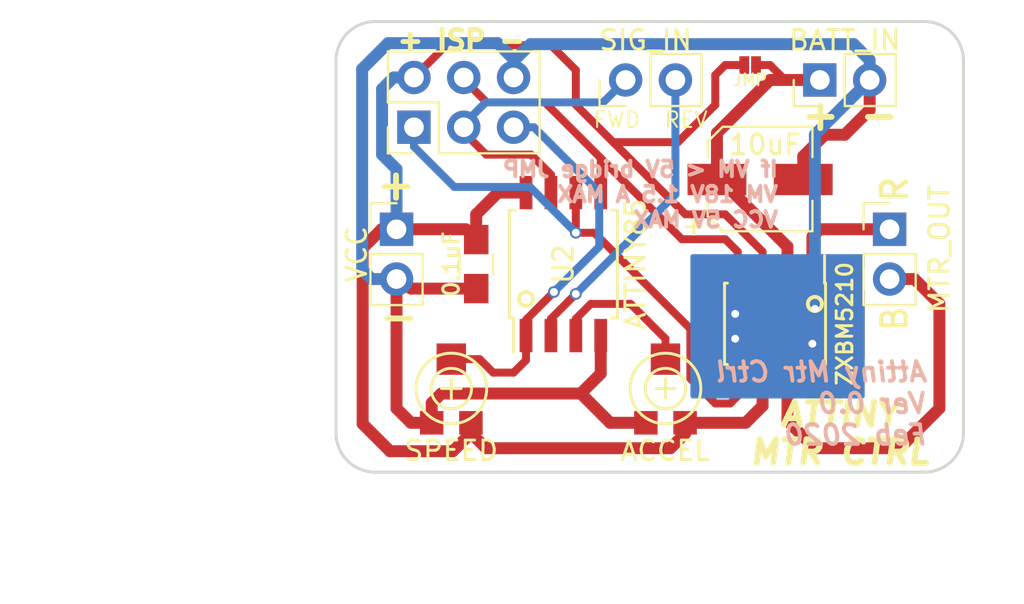
<source format=kicad_pcb>
(kicad_pcb (version 4) (host pcbnew 4.0.6)

  (general
    (links 35)
    (no_connects 0)
    (area 176.924999 106.924999 209.075001 130.075001)
    (thickness 1.6)
    (drawings 24)
    (tracks 161)
    (zones 0)
    (modules 12)
    (nets 12)
  )

  (page A)
  (title_block
    (title "Attiny H-Bridge")
    (date 2020-02-25)
    (rev 0.0)
    (company www.MakersBox.us)
    (comment 1 648.ken@gmail.com)
  )

  (layers
    (0 F.Cu signal)
    (31 B.Cu signal)
    (32 B.Adhes user)
    (33 F.Adhes user)
    (34 B.Paste user)
    (35 F.Paste user)
    (36 B.SilkS user)
    (37 F.SilkS user)
    (38 B.Mask user)
    (39 F.Mask user)
    (40 Dwgs.User user)
    (41 Cmts.User user)
    (42 Eco1.User user)
    (43 Eco2.User user)
    (44 Edge.Cuts user)
    (45 Margin user)
    (46 B.CrtYd user)
    (47 F.CrtYd user)
    (48 B.Fab user)
    (49 F.Fab user)
  )

  (setup
    (last_trace_width 0.4064)
    (user_trace_width 0.3048)
    (user_trace_width 0.4064)
    (user_trace_width 0.6096)
    (user_trace_width 0.9144)
    (user_trace_width 1.2192)
    (trace_clearance 0.2)
    (zone_clearance 0.508)
    (zone_45_only no)
    (trace_min 0.2)
    (segment_width 0.2)
    (edge_width 0.15)
    (via_size 0.6)
    (via_drill 0.4)
    (via_min_size 0.4)
    (via_min_drill 0.3)
    (uvia_size 0.3)
    (uvia_drill 0.1)
    (uvias_allowed no)
    (uvia_min_size 0.2)
    (uvia_min_drill 0.1)
    (pcb_text_width 0.3)
    (pcb_text_size 1.5 1.5)
    (mod_edge_width 0.15)
    (mod_text_size 1 1)
    (mod_text_width 0.15)
    (pad_size 1.7 1.7)
    (pad_drill 1)
    (pad_to_mask_clearance 0)
    (aux_axis_origin 0 0)
    (visible_elements 7FFFFFFF)
    (pcbplotparams
      (layerselection 0x00030_80000001)
      (usegerberextensions false)
      (excludeedgelayer true)
      (linewidth 0.100000)
      (plotframeref false)
      (viasonmask false)
      (mode 1)
      (useauxorigin false)
      (hpglpennumber 1)
      (hpglpenspeed 20)
      (hpglpendiameter 15)
      (hpglpenoverlay 2)
      (psnegative false)
      (psa4output false)
      (plotreference true)
      (plotvalue true)
      (plotinvisibletext false)
      (padsonsilk false)
      (subtractmaskfromsilk false)
      (outputformat 1)
      (mirror false)
      (drillshape 1)
      (scaleselection 1)
      (outputdirectory ""))
  )

  (net 0 "")
  (net 1 GND)
  (net 2 /SCK)
  (net 3 /MOSI)
  (net 4 /MISO)
  (net 5 VCC)
  (net 6 /MTR_A)
  (net 7 /MTR_B)
  (net 8 /PB3)
  (net 9 /RESET)
  (net 10 /PB4)
  (net 11 /VM)

  (net_class Default "This is the default net class."
    (clearance 0.2)
    (trace_width 0.25)
    (via_dia 0.6)
    (via_drill 0.4)
    (uvia_dia 0.3)
    (uvia_drill 0.1)
    (add_net /MISO)
    (add_net /MOSI)
    (add_net /MTR_A)
    (add_net /MTR_B)
    (add_net /PB3)
    (add_net /PB4)
    (add_net /RESET)
    (add_net /SCK)
    (add_net /VM)
    (add_net GND)
    (add_net VCC)
  )

  (module footprints:R_0603 (layer F.Cu) (tedit 5E56B1C9) (tstamp 5E56B4A5)
    (at 198.12 109.22 180)
    (descr "Resistor SMD 0603, reflow soldering, Vishay (see dcrcw.pdf)")
    (tags "resistor 0603")
    (path /5E56B20C)
    (attr smd)
    (fp_text reference R1 (at 0 -1.45 180) (layer F.SilkS) hide
      (effects (font (size 1 1) (thickness 0.15)))
    )
    (fp_text value JMP (at 0 -0.762 180) (layer F.SilkS)
      (effects (font (size 0.6 0.6) (thickness 0.1)))
    )
    (fp_text user %R (at 0 0 180) (layer F.Fab)
      (effects (font (size 0.4 0.4) (thickness 0.075)))
    )
    (fp_line (start -0.8 0.4) (end -0.8 -0.4) (layer F.Fab) (width 0.1))
    (fp_line (start 0.8 0.4) (end -0.8 0.4) (layer F.Fab) (width 0.1))
    (fp_line (start 0.8 -0.4) (end 0.8 0.4) (layer F.Fab) (width 0.1))
    (fp_line (start -0.8 -0.4) (end 0.8 -0.4) (layer F.Fab) (width 0.1))
    (fp_line (start -1.25 -0.7) (end 1.25 -0.7) (layer F.CrtYd) (width 0.05))
    (fp_line (start -1.25 -0.7) (end -1.25 0.7) (layer F.CrtYd) (width 0.05))
    (fp_line (start 1.25 0.7) (end 1.25 -0.7) (layer F.CrtYd) (width 0.05))
    (fp_line (start 1.25 0.7) (end -1.25 0.7) (layer F.CrtYd) (width 0.05))
    (pad 1 smd rect (at -0.3 0 180) (size 0.5 0.9) (layers F.Cu F.Paste F.Mask)
      (net 11 /VM))
    (pad 2 smd rect (at 0.3 0 180) (size 0.5 0.9) (layers F.Cu F.Paste F.Mask)
      (net 5 VCC))
    (model ${KISYS3DMOD}/Resistors_SMD.3dshapes/R_0603.wrl
      (at (xyz 0 0 0))
      (scale (xyz 1 1 1))
      (rotate (xyz 0 0 0))
    )
  )

  (module Housings_SOIC:SOIC-8-1EP_3.9x4.9mm_Pitch1.27mm (layer F.Cu) (tedit 5E56AFE6) (tstamp 5E55C57F)
    (at 199.39 122.428 270)
    (descr "8-Lead Thermally Enhanced Plastic Small Outline (SE) - Narrow, 3.90 mm Body [SOIC] (see Microchip Packaging Specification 00000049BS.pdf)")
    (tags "SOIC 1.27")
    (path /5E55BDF8)
    (attr smd)
    (fp_text reference U1 (at -2.54 3.81 270) (layer F.SilkS) hide
      (effects (font (size 1 1) (thickness 0.15)))
    )
    (fp_text value ZXBM5210 (at 0 -3.556 270) (layer F.SilkS)
      (effects (font (size 0.8 0.8) (thickness 0.15)))
    )
    (fp_text user %R (at 0 0 270) (layer F.Fab)
      (effects (font (size 0.9 0.9) (thickness 0.135)))
    )
    (fp_line (start -0.95 -2.45) (end 1.95 -2.45) (layer F.Fab) (width 0.15))
    (fp_line (start 1.95 -2.45) (end 1.95 2.45) (layer F.Fab) (width 0.15))
    (fp_line (start 1.95 2.45) (end -1.95 2.45) (layer F.Fab) (width 0.15))
    (fp_line (start -1.95 2.45) (end -1.95 -1.45) (layer F.Fab) (width 0.15))
    (fp_line (start -1.95 -1.45) (end -0.95 -2.45) (layer F.Fab) (width 0.15))
    (fp_line (start -3.75 -2.75) (end -3.75 2.75) (layer F.CrtYd) (width 0.05))
    (fp_line (start 3.75 -2.75) (end 3.75 2.75) (layer F.CrtYd) (width 0.05))
    (fp_line (start -3.75 -2.75) (end 3.75 -2.75) (layer F.CrtYd) (width 0.05))
    (fp_line (start -3.75 2.75) (end 3.75 2.75) (layer F.CrtYd) (width 0.05))
    (fp_line (start -2.075 -2.575) (end -2.075 -2.525) (layer F.SilkS) (width 0.15))
    (fp_line (start 2.075 -2.575) (end 2.075 -2.43) (layer F.SilkS) (width 0.15))
    (fp_line (start 2.075 2.575) (end 2.075 2.43) (layer F.SilkS) (width 0.15))
    (fp_line (start -2.075 2.575) (end -2.075 2.43) (layer F.SilkS) (width 0.15))
    (fp_line (start -2.075 -2.575) (end 2.075 -2.575) (layer F.SilkS) (width 0.15))
    (fp_line (start -2.075 2.575) (end 2.075 2.575) (layer F.SilkS) (width 0.15))
    (fp_line (start -2.075 -2.525) (end -3.475 -2.525) (layer F.SilkS) (width 0.15))
    (pad 1 smd rect (at -2.7 -1.905 270) (size 1.55 0.6) (layers F.Cu F.Paste F.Mask)
      (net 6 /MTR_A))
    (pad 2 smd rect (at -2.7 -0.635 270) (size 1.55 0.6) (layers F.Cu F.Paste F.Mask)
      (net 11 /VM))
    (pad 3 smd rect (at -2.7 0.635 270) (size 1.55 0.6) (layers F.Cu F.Paste F.Mask)
      (net 5 VCC))
    (pad 4 smd rect (at -2.7 1.905 270) (size 1.55 0.6) (layers F.Cu F.Paste F.Mask)
      (net 3 /MOSI))
    (pad 5 smd rect (at 2.7 1.905 270) (size 1.55 0.6) (layers F.Cu F.Paste F.Mask)
      (net 4 /MISO))
    (pad 6 smd rect (at 2.7 0.635 270) (size 1.55 0.6) (layers F.Cu F.Paste F.Mask)
      (net 5 VCC))
    (pad 7 smd rect (at 2.7 -0.635 270) (size 1.55 0.6) (layers F.Cu F.Paste F.Mask)
      (net 7 /MTR_B))
    (pad 8 smd rect (at 2.7 -1.905 270) (size 1.55 0.6) (layers F.Cu F.Paste F.Mask)
      (net 1 GND))
    (pad 8 smd rect (at 0.5875 0.5875 270) (size 1.175 1.175) (layers F.Cu F.Paste F.Mask)
      (net 1 GND) (solder_paste_margin_ratio -0.2))
    (pad 8 smd rect (at 0.5875 -0.5875 270) (size 1.175 1.175) (layers F.Cu F.Paste F.Mask)
      (net 1 GND) (solder_paste_margin_ratio -0.2))
    (pad 8 smd rect (at -0.5875 0.5875 270) (size 1.175 1.175) (layers F.Cu F.Paste F.Mask)
      (net 1 GND) (solder_paste_margin_ratio -0.2))
    (pad 8 smd rect (at -0.5875 -0.5875 270) (size 1.175 1.175) (layers F.Cu F.Paste F.Mask)
      (net 1 GND) (solder_paste_margin_ratio -0.2))
    (model ${KISYS3DMOD}/Housings_SOIC.3dshapes/SOIC-8-1EP_3.9x4.9mm_Pitch1.27mm.wrl
      (at (xyz 0 0 0))
      (scale (xyz 1 1 1))
      (rotate (xyz 0 0 0))
    )
  )

  (module Pin_Headers:Pin_Header_Straight_1x02_Pitch2.54mm (layer F.Cu) (tedit 5E569FAE) (tstamp 5E55C552)
    (at 191.77 109.982 90)
    (descr "Through hole straight pin header, 1x02, 2.54mm pitch, single row")
    (tags "Through hole pin header THT 1x02 2.54mm single row")
    (path /5E55F387)
    (fp_text reference J2 (at 0 -2.33 90) (layer F.SilkS) hide
      (effects (font (size 1 1) (thickness 0.15)))
    )
    (fp_text value SIG_IN (at 2.032 1.016 180) (layer F.SilkS)
      (effects (font (size 1 1) (thickness 0.15)))
    )
    (fp_line (start -0.635 -1.27) (end 1.27 -1.27) (layer F.Fab) (width 0.1))
    (fp_line (start 1.27 -1.27) (end 1.27 3.81) (layer F.Fab) (width 0.1))
    (fp_line (start 1.27 3.81) (end -1.27 3.81) (layer F.Fab) (width 0.1))
    (fp_line (start -1.27 3.81) (end -1.27 -0.635) (layer F.Fab) (width 0.1))
    (fp_line (start -1.27 -0.635) (end -0.635 -1.27) (layer F.Fab) (width 0.1))
    (fp_line (start -1.33 3.87) (end 1.33 3.87) (layer F.SilkS) (width 0.12))
    (fp_line (start -1.33 1.27) (end -1.33 3.87) (layer F.SilkS) (width 0.12))
    (fp_line (start 1.33 1.27) (end 1.33 3.87) (layer F.SilkS) (width 0.12))
    (fp_line (start -1.33 1.27) (end 1.33 1.27) (layer F.SilkS) (width 0.12))
    (fp_line (start -1.33 0) (end -1.33 -1.33) (layer F.SilkS) (width 0.12))
    (fp_line (start -1.33 -1.33) (end 0 -1.33) (layer F.SilkS) (width 0.12))
    (fp_line (start -1.8 -1.8) (end -1.8 4.35) (layer F.CrtYd) (width 0.05))
    (fp_line (start -1.8 4.35) (end 1.8 4.35) (layer F.CrtYd) (width 0.05))
    (fp_line (start 1.8 4.35) (end 1.8 -1.8) (layer F.CrtYd) (width 0.05))
    (fp_line (start 1.8 -1.8) (end -1.8 -1.8) (layer F.CrtYd) (width 0.05))
    (fp_text user %R (at 0 1.27 180) (layer F.Fab)
      (effects (font (size 1 1) (thickness 0.15)))
    )
    (pad 1 thru_hole circle (at 0 0 90) (size 1.7 1.7) (drill 1) (layers *.Cu *.Mask)
      (net 2 /SCK))
    (pad 2 thru_hole oval (at 0 2.54 90) (size 1.7 1.7) (drill 1) (layers *.Cu *.Mask)
      (net 8 /PB3))
    (model ${KISYS3DMOD}/Pin_Headers.3dshapes/Pin_Header_Straight_1x02_Pitch2.54mm.wrl
      (at (xyz 0 0 0))
      (scale (xyz 1 1 1))
      (rotate (xyz 0 0 0))
    )
  )

  (module Pin_Headers:Pin_Header_Straight_1x02_Pitch2.54mm (layer F.Cu) (tedit 5E56A6BF) (tstamp 5E55C546)
    (at 201.676 109.982 90)
    (descr "Through hole straight pin header, 1x02, 2.54mm pitch, single row")
    (tags "Through hole pin header THT 1x02 2.54mm single row")
    (path /5BA458A5)
    (fp_text reference J1 (at 0 -2.33 90) (layer F.SilkS) hide
      (effects (font (size 1 1) (thickness 0.15)))
    )
    (fp_text value BATT_IN (at 2.032 1.27 180) (layer F.SilkS)
      (effects (font (size 1 1) (thickness 0.15)))
    )
    (fp_line (start -0.635 -1.27) (end 1.27 -1.27) (layer F.Fab) (width 0.1))
    (fp_line (start 1.27 -1.27) (end 1.27 3.81) (layer F.Fab) (width 0.1))
    (fp_line (start 1.27 3.81) (end -1.27 3.81) (layer F.Fab) (width 0.1))
    (fp_line (start -1.27 3.81) (end -1.27 -0.635) (layer F.Fab) (width 0.1))
    (fp_line (start -1.27 -0.635) (end -0.635 -1.27) (layer F.Fab) (width 0.1))
    (fp_line (start -1.33 3.87) (end 1.33 3.87) (layer F.SilkS) (width 0.12))
    (fp_line (start -1.33 1.27) (end -1.33 3.87) (layer F.SilkS) (width 0.12))
    (fp_line (start 1.33 1.27) (end 1.33 3.87) (layer F.SilkS) (width 0.12))
    (fp_line (start -1.33 1.27) (end 1.33 1.27) (layer F.SilkS) (width 0.12))
    (fp_line (start -1.33 0) (end -1.33 -1.33) (layer F.SilkS) (width 0.12))
    (fp_line (start -1.33 -1.33) (end 0 -1.33) (layer F.SilkS) (width 0.12))
    (fp_line (start -1.8 -1.8) (end -1.8 4.35) (layer F.CrtYd) (width 0.05))
    (fp_line (start -1.8 4.35) (end 1.8 4.35) (layer F.CrtYd) (width 0.05))
    (fp_line (start 1.8 4.35) (end 1.8 -1.8) (layer F.CrtYd) (width 0.05))
    (fp_line (start 1.8 -1.8) (end -1.8 -1.8) (layer F.CrtYd) (width 0.05))
    (fp_text user %R (at 0 1.27 180) (layer F.Fab)
      (effects (font (size 1 1) (thickness 0.15)))
    )
    (pad 1 thru_hole rect (at 0 0 90) (size 1.7 1.7) (drill 1) (layers *.Cu *.Mask)
      (net 11 /VM))
    (pad 2 thru_hole oval (at 0 2.54 90) (size 1.7 1.7) (drill 1) (layers *.Cu *.Mask)
      (net 1 GND))
    (model ${KISYS3DMOD}/Pin_Headers.3dshapes/Pin_Header_Straight_1x02_Pitch2.54mm.wrl
      (at (xyz 0 0 0))
      (scale (xyz 1 1 1))
      (rotate (xyz 0 0 0))
    )
  )

  (module Capacitors_SMD:CP_Elec_5x5.3 (layer F.Cu) (tedit 5E56AFF4) (tstamp 5E55C53A)
    (at 198.628 115.062)
    (descr "SMT capacitor, aluminium electrolytic, 5x5.3")
    (path /5C82AB72)
    (attr smd)
    (fp_text reference C2 (at 0 3.92) (layer F.SilkS) hide
      (effects (font (size 1 1) (thickness 0.15)))
    )
    (fp_text value 10uF (at 0.254 -1.778) (layer F.SilkS)
      (effects (font (size 1 1) (thickness 0.15)))
    )
    (fp_circle (center 0 0) (end 0.3 2.4) (layer F.Fab) (width 0.1))
    (fp_text user + (at -1.37 -0.08) (layer F.Fab)
      (effects (font (size 1 1) (thickness 0.15)))
    )
    (fp_text user + (at -3.38 2.34) (layer F.SilkS)
      (effects (font (size 1 1) (thickness 0.15)))
    )
    (fp_text user %R (at 0 3.92) (layer F.Fab)
      (effects (font (size 1 1) (thickness 0.15)))
    )
    (fp_line (start 2.51 2.49) (end 2.51 -2.54) (layer F.Fab) (width 0.1))
    (fp_line (start -1.84 2.49) (end 2.51 2.49) (layer F.Fab) (width 0.1))
    (fp_line (start -2.51 1.82) (end -1.84 2.49) (layer F.Fab) (width 0.1))
    (fp_line (start -2.51 -1.87) (end -2.51 1.82) (layer F.Fab) (width 0.1))
    (fp_line (start -1.84 -2.54) (end -2.51 -1.87) (layer F.Fab) (width 0.1))
    (fp_line (start 2.51 -2.54) (end -1.84 -2.54) (layer F.Fab) (width 0.1))
    (fp_line (start 2.67 -2.69) (end 2.67 -1.14) (layer F.SilkS) (width 0.12))
    (fp_line (start 2.67 2.64) (end 2.67 1.09) (layer F.SilkS) (width 0.12))
    (fp_line (start -2.67 1.88) (end -2.67 1.09) (layer F.SilkS) (width 0.12))
    (fp_line (start -2.67 -1.93) (end -2.67 -1.14) (layer F.SilkS) (width 0.12))
    (fp_line (start 2.67 -2.69) (end -1.91 -2.69) (layer F.SilkS) (width 0.12))
    (fp_line (start -1.91 -2.69) (end -2.67 -1.93) (layer F.SilkS) (width 0.12))
    (fp_line (start -2.67 1.88) (end -1.91 2.64) (layer F.SilkS) (width 0.12))
    (fp_line (start -1.91 2.64) (end 2.67 2.64) (layer F.SilkS) (width 0.12))
    (fp_line (start -3.95 -2.79) (end 3.95 -2.79) (layer F.CrtYd) (width 0.05))
    (fp_line (start -3.95 -2.79) (end -3.95 2.74) (layer F.CrtYd) (width 0.05))
    (fp_line (start 3.95 2.74) (end 3.95 -2.79) (layer F.CrtYd) (width 0.05))
    (fp_line (start 3.95 2.74) (end -3.95 2.74) (layer F.CrtYd) (width 0.05))
    (pad 1 smd rect (at -2.2 0 180) (size 3 1.6) (layers F.Cu F.Paste F.Mask)
      (net 11 /VM))
    (pad 2 smd rect (at 2.2 0 180) (size 3 1.6) (layers F.Cu F.Paste F.Mask)
      (net 1 GND))
    (model Capacitors_SMD.3dshapes/CP_Elec_5x5.3.wrl
      (at (xyz 0 0 0))
      (scale (xyz 1 1 1))
      (rotate (xyz 0 0 180))
    )
  )

  (module Pot_Bourns_TC33 (layer F.Cu) (tedit 5E569D22) (tstamp 5E55D12B)
    (at 182.88 125.73)
    (descr "Spindle Trimmer Potentiometer, Bourns 3214J, https://www.bourns.com/pdfs/3214.pdf")
    (tags "Spindle Trimmer Potentiometer   Bourns 3214J")
    (path /5E55F6F1)
    (attr smd)
    (fp_text reference RV1 (at 1.75 -3.5) (layer F.SilkS) hide
      (effects (font (size 1 1) (thickness 0.15)))
    )
    (fp_text value SPEED (at 0 3.175) (layer F.SilkS)
      (effects (font (size 1 1) (thickness 0.15)))
    )
    (fp_line (start 0.25 0) (end 0.5 0) (layer F.SilkS) (width 0.15))
    (fp_line (start -0.5 0) (end 0.25 0) (layer F.SilkS) (width 0.15))
    (fp_line (start 0 -0.5) (end 0 0.5) (layer F.SilkS) (width 0.15))
    (fp_circle (center 0 0) (end -1 -0.25) (layer F.SilkS) (width 0.15))
    (fp_circle (center 0 0) (end -1.5 1) (layer F.SilkS) (width 0.15))
    (pad 1 smd rect (at -1 1.75) (size 1.2 1.2) (layers F.Cu F.Mask)
      (net 1 GND))
    (pad 2 smd rect (at 0 -1.5) (size 1.5 1.6) (layers F.Cu F.Mask)
      (net 9 /RESET))
    (pad 3 smd rect (at 1 1.75) (size 1.2 1.2) (layers F.Cu F.Mask)
      (net 5 VCC))
    (model Potentiometers.3dshapes/Potentiometer_Trimmer_Bourns_3214J.wrl
      (at (xyz 0.03 0 0))
      (scale (xyz 0.39 0.39 0.39))
      (rotate (xyz 0 0 0))
    )
  )

  (module footprints:C_0805_HandSoldering (layer F.Cu) (tedit 5E569D44) (tstamp 5E55C51E)
    (at 184.15 119.38 270)
    (descr "Capacitor SMD 0805, hand soldering")
    (tags "capacitor 0805")
    (path /5C80253D)
    (attr smd)
    (fp_text reference C1 (at 0 0 270) (layer F.SilkS) hide
      (effects (font (size 1 1) (thickness 0.15)))
    )
    (fp_text value 0.1uF (at 0 1.27 270) (layer F.SilkS)
      (effects (font (size 0.8 0.8) (thickness 0.15)))
    )
    (fp_text user %R (at 0 0 270) (layer F.Fab)
      (effects (font (size 1 1) (thickness 0.15)))
    )
    (fp_line (start -1 0.62) (end -1 -0.62) (layer F.Fab) (width 0.1))
    (fp_line (start 1 0.62) (end -1 0.62) (layer F.Fab) (width 0.1))
    (fp_line (start 1 -0.62) (end 1 0.62) (layer F.Fab) (width 0.1))
    (fp_line (start -1 -0.62) (end 1 -0.62) (layer F.Fab) (width 0.1))
    (fp_line (start 0.5 -0.85) (end -0.5 -0.85) (layer F.SilkS) (width 0.12))
    (fp_line (start -0.5 0.85) (end 0.5 0.85) (layer F.SilkS) (width 0.12))
    (fp_line (start -2.25 -0.88) (end 2.25 -0.88) (layer F.CrtYd) (width 0.05))
    (fp_line (start -2.25 -0.88) (end -2.25 0.87) (layer F.CrtYd) (width 0.05))
    (fp_line (start 2.25 0.87) (end 2.25 -0.88) (layer F.CrtYd) (width 0.05))
    (fp_line (start 2.25 0.87) (end -2.25 0.87) (layer F.CrtYd) (width 0.05))
    (pad 1 smd rect (at -1.25 0 270) (size 1.5 1.25) (layers F.Cu F.Paste F.Mask)
      (net 5 VCC))
    (pad 2 smd rect (at 1.25 0 270) (size 1.5 1.25) (layers F.Cu F.Paste F.Mask)
      (net 1 GND))
    (model Capacitors_SMD.3dshapes/C_0805.wrl
      (at (xyz 0 0 0))
      (scale (xyz 1 1 1))
      (rotate (xyz 0 0 0))
    )
  )

  (module Housings_SOIC:SOIJ-8_5.3x5.3mm_Pitch1.27mm (layer F.Cu) (tedit 5E569D94) (tstamp 5E55C59C)
    (at 188.595 119.38 90)
    (descr "8-Lead Plastic Small Outline (SM) - Medium, 5.28 mm Body [SOIC] (see Microchip Packaging Specification 00000049BS.pdf)")
    (tags "SOIC 1.27")
    (path /5E55CE67)
    (attr smd)
    (fp_text reference U2 (at 0 0 90) (layer F.SilkS)
      (effects (font (size 1 1) (thickness 0.15)))
    )
    (fp_text value ATTINY85 (at 0 3.68 90) (layer F.SilkS)
      (effects (font (size 1 1) (thickness 0.15)))
    )
    (fp_text user %R (at 0 0 90) (layer F.Fab)
      (effects (font (size 1 1) (thickness 0.15)))
    )
    (fp_line (start -1.65 -2.65) (end 2.65 -2.65) (layer F.Fab) (width 0.15))
    (fp_line (start 2.65 -2.65) (end 2.65 2.65) (layer F.Fab) (width 0.15))
    (fp_line (start 2.65 2.65) (end -2.65 2.65) (layer F.Fab) (width 0.15))
    (fp_line (start -2.65 2.65) (end -2.65 -1.65) (layer F.Fab) (width 0.15))
    (fp_line (start -2.65 -1.65) (end -1.65 -2.65) (layer F.Fab) (width 0.15))
    (fp_line (start -4.75 -2.95) (end -4.75 2.95) (layer F.CrtYd) (width 0.05))
    (fp_line (start 4.75 -2.95) (end 4.75 2.95) (layer F.CrtYd) (width 0.05))
    (fp_line (start -4.75 -2.95) (end 4.75 -2.95) (layer F.CrtYd) (width 0.05))
    (fp_line (start -4.75 2.95) (end 4.75 2.95) (layer F.CrtYd) (width 0.05))
    (fp_line (start -2.75 -2.755) (end -2.75 -2.55) (layer F.SilkS) (width 0.15))
    (fp_line (start 2.75 -2.755) (end 2.75 -2.455) (layer F.SilkS) (width 0.15))
    (fp_line (start 2.75 2.755) (end 2.75 2.455) (layer F.SilkS) (width 0.15))
    (fp_line (start -2.75 2.755) (end -2.75 2.455) (layer F.SilkS) (width 0.15))
    (fp_line (start -2.75 -2.755) (end 2.75 -2.755) (layer F.SilkS) (width 0.15))
    (fp_line (start -2.75 2.755) (end 2.75 2.755) (layer F.SilkS) (width 0.15))
    (fp_line (start -2.75 -2.55) (end -4.5 -2.55) (layer F.SilkS) (width 0.15))
    (pad 1 smd rect (at -3.65 -1.905 90) (size 1.7 0.65) (layers F.Cu F.Paste F.Mask)
      (net 9 /RESET))
    (pad 2 smd rect (at -3.65 -0.635 90) (size 1.7 0.65) (layers F.Cu F.Paste F.Mask)
      (net 8 /PB3))
    (pad 3 smd rect (at -3.65 0.635 90) (size 1.7 0.65) (layers F.Cu F.Paste F.Mask)
      (net 10 /PB4))
    (pad 4 smd rect (at -3.65 1.905 90) (size 1.7 0.65) (layers F.Cu F.Paste F.Mask)
      (net 1 GND))
    (pad 5 smd rect (at 3.65 1.905 90) (size 1.7 0.65) (layers F.Cu F.Paste F.Mask)
      (net 3 /MOSI))
    (pad 6 smd rect (at 3.65 0.635 90) (size 1.7 0.65) (layers F.Cu F.Paste F.Mask)
      (net 4 /MISO))
    (pad 7 smd rect (at 3.65 -0.635 90) (size 1.7 0.65) (layers F.Cu F.Paste F.Mask)
      (net 2 /SCK))
    (pad 8 smd rect (at 3.65 -1.905 90) (size 1.7 0.65) (layers F.Cu F.Paste F.Mask)
      (net 5 VCC))
    (model ${KISYS3DMOD}/Housings_SOIC.3dshapes/SOIJ-8_5.3x5.3mm_Pitch1.27mm.wrl
      (at (xyz 0 0 0))
      (scale (xyz 1 1 1))
      (rotate (xyz 0 0 0))
    )
  )

  (module Pin_Headers:Pin_Header_Straight_1x02_Pitch2.54mm (layer F.Cu) (tedit 5E56A385) (tstamp 5E55C55E)
    (at 205.232 117.602)
    (descr "Through hole straight pin header, 1x02, 2.54mm pitch, single row")
    (tags "Through hole pin header THT 1x02 2.54mm single row")
    (path /5BA45833)
    (fp_text reference J3 (at 0 -2.33) (layer F.SilkS) hide
      (effects (font (size 1 1) (thickness 0.15)))
    )
    (fp_text value MTR_OUT (at 2.54 1.016 90) (layer F.SilkS)
      (effects (font (size 1 1) (thickness 0.15)))
    )
    (fp_line (start -0.635 -1.27) (end 1.27 -1.27) (layer F.Fab) (width 0.1))
    (fp_line (start 1.27 -1.27) (end 1.27 3.81) (layer F.Fab) (width 0.1))
    (fp_line (start 1.27 3.81) (end -1.27 3.81) (layer F.Fab) (width 0.1))
    (fp_line (start -1.27 3.81) (end -1.27 -0.635) (layer F.Fab) (width 0.1))
    (fp_line (start -1.27 -0.635) (end -0.635 -1.27) (layer F.Fab) (width 0.1))
    (fp_line (start -1.33 3.87) (end 1.33 3.87) (layer F.SilkS) (width 0.12))
    (fp_line (start -1.33 1.27) (end -1.33 3.87) (layer F.SilkS) (width 0.12))
    (fp_line (start 1.33 1.27) (end 1.33 3.87) (layer F.SilkS) (width 0.12))
    (fp_line (start -1.33 1.27) (end 1.33 1.27) (layer F.SilkS) (width 0.12))
    (fp_line (start -1.33 0) (end -1.33 -1.33) (layer F.SilkS) (width 0.12))
    (fp_line (start -1.33 -1.33) (end 0 -1.33) (layer F.SilkS) (width 0.12))
    (fp_line (start -1.8 -1.8) (end -1.8 4.35) (layer F.CrtYd) (width 0.05))
    (fp_line (start -1.8 4.35) (end 1.8 4.35) (layer F.CrtYd) (width 0.05))
    (fp_line (start 1.8 4.35) (end 1.8 -1.8) (layer F.CrtYd) (width 0.05))
    (fp_line (start 1.8 -1.8) (end -1.8 -1.8) (layer F.CrtYd) (width 0.05))
    (fp_text user %R (at 0 1.27 90) (layer F.Fab)
      (effects (font (size 1 1) (thickness 0.15)))
    )
    (pad 1 thru_hole rect (at 0 0) (size 1.7 1.7) (drill 1) (layers *.Cu *.Mask)
      (net 6 /MTR_A))
    (pad 2 thru_hole oval (at 0 2.54) (size 1.7 1.7) (drill 1) (layers *.Cu *.Mask)
      (net 7 /MTR_B))
    (model ${KISYS3DMOD}/Pin_Headers.3dshapes/Pin_Header_Straight_1x02_Pitch2.54mm.wrl
      (at (xyz 0 0 0))
      (scale (xyz 1 1 1))
      (rotate (xyz 0 0 0))
    )
  )

  (module footprints:Pot_Bourns_TC33 (layer F.Cu) (tedit 5E569D29) (tstamp 5E569BEF)
    (at 193.802 125.73)
    (descr "Spindle Trimmer Potentiometer, Bourns 3214J, https://www.bourns.com/pdfs/3214.pdf")
    (tags "Spindle Trimmer Potentiometer   Bourns 3214J")
    (path /5E569C8F)
    (attr smd)
    (fp_text reference RV2 (at 1.75 -3.5) (layer F.SilkS) hide
      (effects (font (size 1 1) (thickness 0.15)))
    )
    (fp_text value ACCEL (at 0 3.175) (layer F.SilkS)
      (effects (font (size 1 1) (thickness 0.15)))
    )
    (fp_line (start 0.25 0) (end 0.5 0) (layer F.SilkS) (width 0.15))
    (fp_line (start -0.5 0) (end 0.25 0) (layer F.SilkS) (width 0.15))
    (fp_line (start 0 -0.5) (end 0 0.5) (layer F.SilkS) (width 0.15))
    (fp_circle (center 0 0) (end -1 -0.25) (layer F.SilkS) (width 0.15))
    (fp_circle (center 0 0) (end -1.5 1) (layer F.SilkS) (width 0.15))
    (pad 1 smd rect (at -1 1.75) (size 1.2 1.2) (layers F.Cu F.Mask)
      (net 1 GND))
    (pad 2 smd rect (at 0 -1.5) (size 1.5 1.6) (layers F.Cu F.Mask)
      (net 10 /PB4))
    (pad 3 smd rect (at 1 1.75) (size 1.2 1.2) (layers F.Cu F.Mask)
      (net 5 VCC))
    (model Potentiometers.3dshapes/Potentiometer_Trimmer_Bourns_3214J.wrl
      (at (xyz 0.03 0 0))
      (scale (xyz 0.39 0.39 0.39))
      (rotate (xyz 0 0 0))
    )
  )

  (module Pin_Headers:Pin_Header_Straight_2x03_Pitch2.54mm (layer F.Cu) (tedit 5E56A43E) (tstamp 5E55CCB4)
    (at 180.975 112.395 90)
    (descr "Through hole straight pin header, 2x03, 2.54mm pitch, double rows")
    (tags "Through hole pin header THT 2x03 2.54mm double row")
    (path /5E55D2AB)
    (fp_text reference CON1 (at 1.27 -2.33 90) (layer F.SilkS) hide
      (effects (font (size 1 1) (thickness 0.15)))
    )
    (fp_text value AVR-ISP-6 (at 1.27 7.41 90) (layer F.Fab)
      (effects (font (size 1 1) (thickness 0.15)))
    )
    (fp_line (start 0 -1.27) (end 3.81 -1.27) (layer F.Fab) (width 0.1))
    (fp_line (start 3.81 -1.27) (end 3.81 6.35) (layer F.Fab) (width 0.1))
    (fp_line (start 3.81 6.35) (end -1.27 6.35) (layer F.Fab) (width 0.1))
    (fp_line (start -1.27 6.35) (end -1.27 0) (layer F.Fab) (width 0.1))
    (fp_line (start -1.27 0) (end 0 -1.27) (layer F.Fab) (width 0.1))
    (fp_line (start -1.33 6.41) (end 3.87 6.41) (layer F.SilkS) (width 0.12))
    (fp_line (start -1.33 1.27) (end -1.33 6.41) (layer F.SilkS) (width 0.12))
    (fp_line (start 3.87 -1.33) (end 3.87 6.41) (layer F.SilkS) (width 0.12))
    (fp_line (start -1.33 1.27) (end 1.27 1.27) (layer F.SilkS) (width 0.12))
    (fp_line (start 1.27 1.27) (end 1.27 -1.33) (layer F.SilkS) (width 0.12))
    (fp_line (start 1.27 -1.33) (end 3.87 -1.33) (layer F.SilkS) (width 0.12))
    (fp_line (start -1.33 0) (end -1.33 -1.33) (layer F.SilkS) (width 0.12))
    (fp_line (start -1.33 -1.33) (end 0 -1.33) (layer F.SilkS) (width 0.12))
    (fp_line (start -1.8 -1.8) (end -1.8 6.85) (layer F.CrtYd) (width 0.05))
    (fp_line (start -1.8 6.85) (end 4.35 6.85) (layer F.CrtYd) (width 0.05))
    (fp_line (start 4.35 6.85) (end 4.35 -1.8) (layer F.CrtYd) (width 0.05))
    (fp_line (start 4.35 -1.8) (end -1.8 -1.8) (layer F.CrtYd) (width 0.05))
    (fp_text user %R (at 1.27 2.54 180) (layer F.Fab)
      (effects (font (size 1 1) (thickness 0.15)))
    )
    (pad 1 thru_hole rect (at 0 0 90) (size 1.7 1.7) (drill 1) (layers *.Cu *.Mask)
      (net 4 /MISO))
    (pad 2 thru_hole oval (at 2.54 0 90) (size 1.7 1.7) (drill 1) (layers *.Cu *.Mask)
      (net 5 VCC))
    (pad 3 thru_hole oval (at 0 2.54 90) (size 1.7 1.7) (drill 1) (layers *.Cu *.Mask)
      (net 2 /SCK))
    (pad 4 thru_hole oval (at 2.54 2.54 90) (size 1.7 1.7) (drill 1) (layers *.Cu *.Mask)
      (net 3 /MOSI))
    (pad 5 thru_hole oval (at 0 5.08 90) (size 1.7 1.7) (drill 1) (layers *.Cu *.Mask)
      (net 9 /RESET))
    (pad 6 thru_hole oval (at 2.54 5.08 90) (size 1.7 1.7) (drill 1) (layers *.Cu *.Mask)
      (net 1 GND))
    (model ${KISYS3DMOD}/Pin_Headers.3dshapes/Pin_Header_Straight_2x03_Pitch2.54mm.wrl
      (at (xyz 0 0 0))
      (scale (xyz 1 1 1))
      (rotate (xyz 0 0 0))
    )
  )

  (module Pin_Headers:Pin_Header_Straight_1x02_Pitch2.54mm (layer F.Cu) (tedit 5E56A69E) (tstamp 5E56AFB0)
    (at 180.086 117.602)
    (descr "Through hole straight pin header, 1x02, 2.54mm pitch, single row")
    (tags "Through hole pin header THT 1x02 2.54mm single row")
    (path /5E56B418)
    (fp_text reference J4 (at 0 -2.33) (layer F.SilkS) hide
      (effects (font (size 1 1) (thickness 0.15)))
    )
    (fp_text value VCC (at -2.032 1.27 90) (layer F.SilkS)
      (effects (font (size 1 1) (thickness 0.15)))
    )
    (fp_line (start -0.635 -1.27) (end 1.27 -1.27) (layer F.Fab) (width 0.1))
    (fp_line (start 1.27 -1.27) (end 1.27 3.81) (layer F.Fab) (width 0.1))
    (fp_line (start 1.27 3.81) (end -1.27 3.81) (layer F.Fab) (width 0.1))
    (fp_line (start -1.27 3.81) (end -1.27 -0.635) (layer F.Fab) (width 0.1))
    (fp_line (start -1.27 -0.635) (end -0.635 -1.27) (layer F.Fab) (width 0.1))
    (fp_line (start -1.33 3.87) (end 1.33 3.87) (layer F.SilkS) (width 0.12))
    (fp_line (start -1.33 1.27) (end -1.33 3.87) (layer F.SilkS) (width 0.12))
    (fp_line (start 1.33 1.27) (end 1.33 3.87) (layer F.SilkS) (width 0.12))
    (fp_line (start -1.33 1.27) (end 1.33 1.27) (layer F.SilkS) (width 0.12))
    (fp_line (start -1.33 0) (end -1.33 -1.33) (layer F.SilkS) (width 0.12))
    (fp_line (start -1.33 -1.33) (end 0 -1.33) (layer F.SilkS) (width 0.12))
    (fp_line (start -1.8 -1.8) (end -1.8 4.35) (layer F.CrtYd) (width 0.05))
    (fp_line (start -1.8 4.35) (end 1.8 4.35) (layer F.CrtYd) (width 0.05))
    (fp_line (start 1.8 4.35) (end 1.8 -1.8) (layer F.CrtYd) (width 0.05))
    (fp_line (start 1.8 -1.8) (end -1.8 -1.8) (layer F.CrtYd) (width 0.05))
    (fp_text user %R (at 0 1.27 90) (layer F.Fab)
      (effects (font (size 1 1) (thickness 0.15)))
    )
    (pad 1 thru_hole rect (at 0 0) (size 1.7 1.7) (drill 1) (layers *.Cu *.Mask)
      (net 5 VCC))
    (pad 2 thru_hole oval (at 0 2.54) (size 1.7 1.7) (drill 1) (layers *.Cu *.Mask)
      (net 1 GND))
    (model ${KISYS3DMOD}/Pin_Headers.3dshapes/Pin_Header_Straight_1x02_Pitch2.54mm.wrl
      (at (xyz 0 0 0))
      (scale (xyz 1 1 1))
      (rotate (xyz 0 0 0))
    )
  )

  (gr_text "+ -" (at 203.2 111.76) (layer F.SilkS)
    (effects (font (size 1.5 1.5) (thickness 0.3)))
  )
  (gr_text "If VM < 5V bridge JMP\nVM 18V 1.5 A MAX\nVCC 5V MAX" (at 199.644 115.824) (layer B.SilkS)
    (effects (font (size 0.8 0.8) (thickness 0.2)) (justify left mirror))
  )
  (gr_text "Attiny Mtr Ctrl\nVer 0.0\nFeb 2020" (at 207.264 126.492) (layer B.SilkS)
    (effects (font (size 1 1) (thickness 0.2) italic) (justify left mirror))
  )
  (gr_text "ATTINY\nMTR CTRL" (at 202.692 128.016) (layer F.SilkS)
    (effects (font (size 1.2 1.25) (thickness 0.3) italic))
  )
  (gr_text "FWD  REV" (at 193.04 112.014) (layer F.SilkS)
    (effects (font (size 0.8 0.8) (thickness 0.1)))
  )
  (gr_text B (at 205.486 122.174 90) (layer F.SilkS)
    (effects (font (size 1.25 1.25) (thickness 0.2)))
  )
  (gr_text R (at 205.486 115.57 90) (layer F.SilkS)
    (effects (font (size 1.25 1.25) (thickness 0.25)))
  )
  (gr_text - (at 180.213 122.047) (layer F.SilkS)
    (effects (font (size 1.5 1.5) (thickness 0.3)))
  )
  (gr_text + (at 180.0606 115.316) (layer F.SilkS)
    (effects (font (size 1.5 1.5) (thickness 0.3)))
  )
  (gr_text "+ ISP -" (at 183.388 107.95) (layer F.SilkS)
    (effects (font (size 1 1) (thickness 0.25)))
  )
  (gr_circle (center 201.422 121.412) (end 201.168 121.158) (layer F.SilkS) (width 0.2))
  (gr_circle (center 186.69 121.158) (end 186.944 121.412) (layer F.SilkS) (width 0.2))
  (gr_line (start 193 131) (end 193 106) (angle 90) (layer Dwgs.User) (width 0.2))
  (gr_line (start 174 119) (end 212 119) (angle 90) (layer Dwgs.User) (width 0.2))
  (gr_arc (start 207 128) (end 209 128) (angle 90) (layer Edge.Cuts) (width 0.15))
  (gr_arc (start 207 109) (end 207 107) (angle 90) (layer Edge.Cuts) (width 0.15))
  (gr_arc (start 179 109) (end 177 109) (angle 90) (layer Edge.Cuts) (width 0.15))
  (gr_arc (start 179 128) (end 179 130) (angle 90) (layer Edge.Cuts) (width 0.15))
  (gr_line (start 177 109) (end 177 128) (angle 90) (layer Edge.Cuts) (width 0.15))
  (gr_line (start 179 107) (end 207 107) (angle 90) (layer Edge.Cuts) (width 0.15))
  (gr_line (start 209 128) (end 209 109) (angle 90) (layer Edge.Cuts) (width 0.15))
  (gr_line (start 179 130) (end 207 130) (angle 90) (layer Edge.Cuts) (width 0.15))
  (dimension 32 (width 0.3) (layer Dwgs.User)
    (gr_text "32.000 mm" (at 193 137.35) (layer Dwgs.User)
      (effects (font (size 1.5 1.5) (thickness 0.3)))
    )
    (feature1 (pts (xy 209 130) (xy 209 138.7)))
    (feature2 (pts (xy 177 130) (xy 177 138.7)))
    (crossbar (pts (xy 177 136) (xy 209 136)))
    (arrow1a (pts (xy 209 136) (xy 207.873496 136.586421)))
    (arrow1b (pts (xy 209 136) (xy 207.873496 135.413579)))
    (arrow2a (pts (xy 177 136) (xy 178.126504 136.586421)))
    (arrow2b (pts (xy 177 136) (xy 178.126504 135.413579)))
  )
  (dimension 23.5 (width 0.3) (layer Dwgs.User)
    (gr_text "23.500 mm" (at 166.15 118.25 90) (layer Dwgs.User)
      (effects (font (size 1.5 1.5) (thickness 0.3)))
    )
    (feature1 (pts (xy 177 106.5) (xy 164.8 106.5)))
    (feature2 (pts (xy 177 130) (xy 164.8 130)))
    (crossbar (pts (xy 167.5 130) (xy 167.5 106.5)))
    (arrow1a (pts (xy 167.5 106.5) (xy 168.086421 107.626504)))
    (arrow1b (pts (xy 167.5 106.5) (xy 166.913579 107.626504)))
    (arrow2a (pts (xy 167.5 130) (xy 168.086421 128.873496)))
    (arrow2b (pts (xy 167.5 130) (xy 166.913579 128.873496)))
  )

  (segment (start 198.8025 123.0155) (end 197.5325 123.0155) (width 0.6096) (layer F.Cu) (net 1))
  (via (at 197.358 123.19) (size 0.6) (drill 0.4) (layers F.Cu B.Cu) (net 1))
  (segment (start 197.5325 123.0155) (end 197.358 123.19) (width 0.6096) (layer F.Cu) (net 1) (tstamp 5E56AF84))
  (segment (start 198.8025 121.8405) (end 197.4375 121.8405) (width 0.6096) (layer F.Cu) (net 1))
  (via (at 197.358 121.92) (size 0.6) (drill 0.4) (layers F.Cu B.Cu) (net 1))
  (segment (start 197.4375 121.8405) (end 197.358 121.92) (width 0.6096) (layer F.Cu) (net 1) (tstamp 5E56AF61))
  (segment (start 201.422 121.666) (end 201.422 112.776) (width 0.6096) (layer B.Cu) (net 1))
  (via (at 201.422 121.666) (size 0.6) (drill 0.4) (layers F.Cu B.Cu) (net 1))
  (segment (start 201.422 112.776) (end 204.216 109.982) (width 0.6096) (layer B.Cu) (net 1) (tstamp 5E56AF25))
  (via (at 201.295 123.444) (size 0.6) (drill 0.4) (layers F.Cu B.Cu) (net 1))
  (segment (start 201.295 123.444) (end 201.422 123.444) (width 0.6096) (layer B.Cu) (net 1) (tstamp 5E56AF13))
  (segment (start 198.8025 121.8405) (end 198.8025 123.0155) (width 0.6096) (layer F.Cu) (net 1))
  (segment (start 198.8025 123.0155) (end 199.9775 123.0155) (width 0.6096) (layer F.Cu) (net 1) (tstamp 5E56AED5))
  (segment (start 199.9775 123.0155) (end 199.9775 121.8405) (width 0.6096) (layer F.Cu) (net 1) (tstamp 5E56AED6))
  (segment (start 201.295 125.128) (end 201.295 123.444) (width 0.6096) (layer F.Cu) (net 1))
  (segment (start 201.295 123.444) (end 201.295 123.063) (width 0.6096) (layer F.Cu) (net 1) (tstamp 5E56AF10))
  (segment (start 201.295 123.063) (end 200.0725 121.8405) (width 0.6096) (layer F.Cu) (net 1) (tstamp 5E56AED1))
  (segment (start 200.0725 121.8405) (end 199.9775 121.8405) (width 0.6096) (layer F.Cu) (net 1) (tstamp 5E56AED2))
  (segment (start 204.216 109.982) (end 204.216 111.506) (width 0.6096) (layer F.Cu) (net 1))
  (segment (start 200.828 113.878) (end 200.828 115.062) (width 0.6096) (layer F.Cu) (net 1) (tstamp 5E56ACBF))
  (segment (start 201.93 112.776) (end 200.828 113.878) (width 0.6096) (layer F.Cu) (net 1) (tstamp 5E56ACBE))
  (segment (start 202.946 112.776) (end 201.93 112.776) (width 0.6096) (layer F.Cu) (net 1) (tstamp 5E56ACBD))
  (segment (start 204.216 111.506) (end 202.946 112.776) (width 0.6096) (layer F.Cu) (net 1) (tstamp 5E56ACBB))
  (segment (start 192.802 127.48) (end 190.98 127.48) (width 0.6096) (layer F.Cu) (net 1))
  (segment (start 190.98 127.48) (end 189.484 125.984) (width 0.6096) (layer F.Cu) (net 1) (tstamp 5E56AC85))
  (segment (start 200.2282 108.1532) (end 203.4032 108.1532) (width 0.6096) (layer B.Cu) (net 1))
  (segment (start 200.2282 108.1532) (end 186.9186 108.1532) (width 0.6096) (layer B.Cu) (net 1) (tstamp 5E56AEB0))
  (segment (start 186.055 109.0168) (end 186.9186 108.1532) (width 0.6096) (layer B.Cu) (net 1) (tstamp 5E56AEB2))
  (segment (start 204.216 108.966) (end 204.216 109.982) (width 0.6096) (layer B.Cu) (net 1) (tstamp 5E56AC6F))
  (segment (start 203.4032 108.1532) (end 204.216 108.966) (width 0.6096) (layer B.Cu) (net 1) (tstamp 5E56AC6E))
  (segment (start 186.055 109.0168) (end 186.055 109.855) (width 0.6096) (layer B.Cu) (net 1) (tstamp 5E56AEB3))
  (segment (start 180.086 120.142) (end 178.816 120.142) (width 0.6096) (layer B.Cu) (net 1))
  (segment (start 186.055 108.9152) (end 186.055 109.855) (width 0.6096) (layer B.Cu) (net 1) (tstamp 5E56AE83))
  (segment (start 185.2422 108.1024) (end 186.055 108.9152) (width 0.6096) (layer B.Cu) (net 1) (tstamp 5E56AE82))
  (segment (start 179.6542 108.1024) (end 185.2422 108.1024) (width 0.6096) (layer B.Cu) (net 1) (tstamp 5E56AE81))
  (segment (start 178.3334 109.4232) (end 179.6542 108.1024) (width 0.6096) (layer B.Cu) (net 1) (tstamp 5E56AE80))
  (segment (start 178.3334 119.6594) (end 178.3334 109.4232) (width 0.6096) (layer B.Cu) (net 1) (tstamp 5E56AE7F))
  (segment (start 178.816 120.142) (end 178.3334 119.6594) (width 0.6096) (layer B.Cu) (net 1) (tstamp 5E56AE7E))
  (segment (start 181.88 127.48) (end 181.88 126.476) (width 0.6096) (layer F.Cu) (net 1))
  (segment (start 190.5 124.968) (end 190.5 123.03) (width 0.6096) (layer F.Cu) (net 1) (tstamp 5E56AA44))
  (segment (start 189.484 125.984) (end 190.5 124.968) (width 0.6096) (layer F.Cu) (net 1) (tstamp 5E56AA43))
  (segment (start 182.372 125.984) (end 189.484 125.984) (width 0.6096) (layer F.Cu) (net 1) (tstamp 5E56AA42))
  (segment (start 181.88 126.476) (end 182.372 125.984) (width 0.6096) (layer F.Cu) (net 1) (tstamp 5E56AA41))
  (segment (start 186.055 109.093) (end 186.055 109.855) (width 0.6096) (layer F.Cu) (net 1) (tstamp 5E56AA3E))
  (segment (start 180.086 120.142) (end 180.086 126.746) (width 0.6096) (layer F.Cu) (net 1))
  (segment (start 180.82 127.48) (end 181.88 127.48) (width 0.6096) (layer F.Cu) (net 1) (tstamp 5E56AA2D))
  (segment (start 180.086 126.746) (end 180.82 127.48) (width 0.6096) (layer F.Cu) (net 1) (tstamp 5E56AA2C))
  (segment (start 180.086 120.142) (end 180.34 120.142) (width 0.6096) (layer F.Cu) (net 1))
  (segment (start 180.34 120.142) (end 180.828 120.63) (width 0.6096) (layer F.Cu) (net 1) (tstamp 5E56AA28))
  (segment (start 180.828 120.63) (end 184.15 120.63) (width 0.6096) (layer F.Cu) (net 1) (tstamp 5E56AA29))
  (segment (start 183.515 112.395) (end 183.515 112.2426) (width 0.4064) (layer B.Cu) (net 2))
  (segment (start 183.515 112.2426) (end 184.6326 111.125) (width 0.4064) (layer B.Cu) (net 2) (tstamp 5E56AE6D))
  (segment (start 190.627 111.125) (end 191.77 109.982) (width 0.4064) (layer B.Cu) (net 2) (tstamp 5E56AE6F))
  (segment (start 184.6326 111.125) (end 190.627 111.125) (width 0.4064) (layer B.Cu) (net 2) (tstamp 5E56AE6E))
  (segment (start 183.515 112.395) (end 183.515 112.649) (width 0.4064) (layer F.Cu) (net 2))
  (segment (start 183.515 112.649) (end 184.658 113.792) (width 0.4064) (layer F.Cu) (net 2) (tstamp 5E56AA68))
  (segment (start 184.658 113.792) (end 186.944 113.792) (width 0.4064) (layer F.Cu) (net 2) (tstamp 5E56AA69))
  (segment (start 186.944 113.792) (end 187.96 114.808) (width 0.4064) (layer F.Cu) (net 2) (tstamp 5E56AA6A))
  (segment (start 187.96 114.808) (end 187.96 115.73) (width 0.4064) (layer F.Cu) (net 2) (tstamp 5E56AA6B))
  (segment (start 197.485 119.728) (end 197.485 118.745) (width 0.4064) (layer F.Cu) (net 3))
  (segment (start 194.6402 118.11) (end 190.5 113.9698) (width 0.4064) (layer F.Cu) (net 3) (tstamp 5E56ACFF))
  (segment (start 196.85 118.11) (end 194.6402 118.11) (width 0.4064) (layer F.Cu) (net 3) (tstamp 5E56ACFC))
  (segment (start 197.485 118.745) (end 196.85 118.11) (width 0.4064) (layer F.Cu) (net 3) (tstamp 5E56ACF9))
  (segment (start 183.515 109.855) (end 183.515 109.9566) (width 0.4064) (layer F.Cu) (net 3))
  (segment (start 183.515 109.9566) (end 184.6834 111.125) (width 0.4064) (layer F.Cu) (net 3) (tstamp 5E56AACB))
  (segment (start 184.6834 111.125) (end 187.6552 111.125) (width 0.4064) (layer F.Cu) (net 3) (tstamp 5E56AACC))
  (segment (start 187.6552 111.125) (end 190.5 113.9698) (width 0.4064) (layer F.Cu) (net 3) (tstamp 5E56AACD))
  (segment (start 190.5 113.9698) (end 190.5 115.73) (width 0.4064) (layer F.Cu) (net 3) (tstamp 5E56AACF))
  (segment (start 189.23 117.7798) (end 190.1698 117.7798) (width 0.4064) (layer F.Cu) (net 4))
  (segment (start 197.485 126.111) (end 197.485 125.128) (width 0.4064) (layer F.Cu) (net 4) (tstamp 5E56AD25))
  (segment (start 197.104 126.492) (end 197.485 126.111) (width 0.4064) (layer F.Cu) (net 4) (tstamp 5E56AD24))
  (segment (start 196.342 126.492) (end 197.104 126.492) (width 0.4064) (layer F.Cu) (net 4) (tstamp 5E56AD23))
  (segment (start 195.072 125.222) (end 196.342 126.492) (width 0.4064) (layer F.Cu) (net 4) (tstamp 5E56AD22))
  (segment (start 195.072 122.682) (end 195.072 125.222) (width 0.4064) (layer F.Cu) (net 4) (tstamp 5E56AD1E))
  (segment (start 190.1698 117.7798) (end 195.072 122.682) (width 0.4064) (layer F.Cu) (net 4) (tstamp 5E56AD1B))
  (segment (start 189.23 115.73) (end 189.23 117.7798) (width 0.4064) (layer F.Cu) (net 4))
  (via (at 189.23 117.7798) (size 0.6) (drill 0.4) (layers F.Cu B.Cu) (net 4))
  (segment (start 180.975 113.3856) (end 180.975 112.395) (width 0.4064) (layer B.Cu) (net 4) (tstamp 5E56AEE0))
  (segment (start 183.0324 115.443) (end 180.975 113.3856) (width 0.4064) (layer B.Cu) (net 4) (tstamp 5E56AEDE))
  (segment (start 186.8932 115.443) (end 183.0324 115.443) (width 0.4064) (layer B.Cu) (net 4) (tstamp 5E56AEDC))
  (segment (start 189.23 117.7798) (end 186.8932 115.443) (width 0.4064) (layer B.Cu) (net 4) (tstamp 5E56AEDB))
  (segment (start 191.135 113.157) (end 194.437 113.157) (width 0.4064) (layer F.Cu) (net 5))
  (segment (start 196.85 109.22) (end 197.82 109.22) (width 0.4064) (layer F.Cu) (net 5) (tstamp 5E56B588))
  (segment (start 196.342 109.728) (end 196.85 109.22) (width 0.4064) (layer F.Cu) (net 5) (tstamp 5E56B587))
  (segment (start 196.342 111.252) (end 196.342 109.728) (width 0.4064) (layer F.Cu) (net 5) (tstamp 5E56B586))
  (segment (start 194.437 113.157) (end 196.342 111.252) (width 0.4064) (layer F.Cu) (net 5) (tstamp 5E56B584))
  (segment (start 198.755 119.728) (end 198.755 118.745) (width 0.4064) (layer F.Cu) (net 5))
  (segment (start 182.626 108.204) (end 180.975 109.855) (width 0.4064) (layer F.Cu) (net 5) (tstamp 5E56AD5E))
  (segment (start 187.96 108.204) (end 182.626 108.204) (width 0.4064) (layer F.Cu) (net 5) (tstamp 5E56AD5C))
  (segment (start 189.23 109.474) (end 187.96 108.204) (width 0.4064) (layer F.Cu) (net 5) (tstamp 5E56AD5B))
  (segment (start 189.23 111.252) (end 189.23 109.474) (width 0.4064) (layer F.Cu) (net 5) (tstamp 5E56AD56))
  (segment (start 194.818 116.84) (end 191.135 113.157) (width 0.4064) (layer F.Cu) (net 5) (tstamp 5E56AD54))
  (segment (start 191.135 113.157) (end 189.23 111.252) (width 0.4064) (layer F.Cu) (net 5) (tstamp 5E56B582))
  (segment (start 196.85 116.84) (end 194.818 116.84) (width 0.4064) (layer F.Cu) (net 5) (tstamp 5E56AD52))
  (segment (start 198.755 118.745) (end 196.85 116.84) (width 0.4064) (layer F.Cu) (net 5) (tstamp 5E56AD51))
  (segment (start 198.755 125.128) (end 198.755 126.619) (width 0.6096) (layer F.Cu) (net 5))
  (segment (start 197.894 127.48) (end 194.802 127.48) (width 0.6096) (layer F.Cu) (net 5) (tstamp 5E56AC90))
  (segment (start 198.755 126.619) (end 197.894 127.48) (width 0.6096) (layer F.Cu) (net 5) (tstamp 5E56AC8F))
  (segment (start 183.88 127.48) (end 183.88 128) (width 0.6096) (layer F.Cu) (net 5))
  (segment (start 183.88 128) (end 184.658 128.778) (width 0.6096) (layer F.Cu) (net 5) (tstamp 5E56AC7B))
  (segment (start 194.056 128.778) (end 194.802 128.032) (width 0.6096) (layer F.Cu) (net 5) (tstamp 5E56AC80))
  (segment (start 184.658 128.778) (end 194.056 128.778) (width 0.6096) (layer F.Cu) (net 5) (tstamp 5E56AC7C))
  (segment (start 194.802 128.032) (end 194.802 127.48) (width 0.6096) (layer F.Cu) (net 5) (tstamp 5E56AC82))
  (segment (start 183.88 127.48) (end 183.88 128.0066) (width 0.6096) (layer F.Cu) (net 5))
  (segment (start 183.88 128.0066) (end 182.9562 128.9304) (width 0.6096) (layer F.Cu) (net 5) (tstamp 5E56AE94))
  (segment (start 182.9562 128.9304) (end 179.7558 128.9304) (width 0.6096) (layer F.Cu) (net 5) (tstamp 5E56AE95))
  (segment (start 180.975 109.855) (end 179.9336 109.855) (width 0.6096) (layer B.Cu) (net 5))
  (segment (start 179.9336 109.855) (end 179.3494 110.4392) (width 0.6096) (layer B.Cu) (net 5) (tstamp 5E56AE78))
  (segment (start 184.15 118.13) (end 184.15 116.84) (width 0.6096) (layer F.Cu) (net 5))
  (segment (start 185.26 115.73) (end 186.69 115.73) (width 0.6096) (layer F.Cu) (net 5) (tstamp 5E56AA09))
  (segment (start 184.15 116.84) (end 185.26 115.73) (width 0.6096) (layer F.Cu) (net 5) (tstamp 5E56AA08))
  (segment (start 183.622 117.602) (end 184.15 118.13) (width 0.6096) (layer F.Cu) (net 5) (tstamp 5E56AA05))
  (segment (start 178.3588 118.5672) (end 179.324 117.602) (width 0.6096) (layer F.Cu) (net 5) (tstamp 5E56AE98))
  (segment (start 178.3588 127.5334) (end 178.3588 118.5672) (width 0.6096) (layer F.Cu) (net 5) (tstamp 5E56AE97))
  (segment (start 179.7558 128.9304) (end 178.3588 127.5334) (width 0.6096) (layer F.Cu) (net 5) (tstamp 5E56AE96))
  (segment (start 179.324 117.602) (end 180.086 117.602) (width 0.6096) (layer F.Cu) (net 5) (tstamp 5E56AE99))
  (segment (start 180.086 114.5286) (end 180.086 117.602) (width 0.6096) (layer B.Cu) (net 5) (tstamp 5E56AE7B))
  (segment (start 179.3494 113.792) (end 180.086 114.5286) (width 0.6096) (layer B.Cu) (net 5) (tstamp 5E56AE7A))
  (segment (start 179.3494 110.4392) (end 179.3494 113.792) (width 0.6096) (layer B.Cu) (net 5) (tstamp 5E56AE79))
  (segment (start 180.086 117.602) (end 183.622 117.602) (width 0.6096) (layer F.Cu) (net 5))
  (segment (start 201.295 119.728) (end 201.295 117.983) (width 0.6096) (layer F.Cu) (net 6))
  (segment (start 201.676 117.602) (end 205.232 117.602) (width 0.6096) (layer F.Cu) (net 6) (tstamp 5E56ADAD))
  (segment (start 201.295 117.983) (end 201.676 117.602) (width 0.6096) (layer F.Cu) (net 6) (tstamp 5E56ADAB))
  (segment (start 200.025 125.128) (end 200.025 127.381) (width 0.6096) (layer F.Cu) (net 7))
  (segment (start 206.502 120.142) (end 205.232 120.142) (width 0.6096) (layer F.Cu) (net 7) (tstamp 5E56ADF4))
  (segment (start 207.772 121.412) (end 206.502 120.142) (width 0.6096) (layer F.Cu) (net 7) (tstamp 5E56ADF3))
  (segment (start 207.772 126.746) (end 207.772 121.412) (width 0.6096) (layer F.Cu) (net 7) (tstamp 5E56ADF2))
  (segment (start 205.74 128.778) (end 207.772 126.746) (width 0.6096) (layer F.Cu) (net 7) (tstamp 5E56ADF1))
  (segment (start 201.422 128.778) (end 205.74 128.778) (width 0.6096) (layer F.Cu) (net 7) (tstamp 5E56ADF0))
  (segment (start 200.025 127.381) (end 201.422 128.778) (width 0.6096) (layer F.Cu) (net 7) (tstamp 5E56ADEE))
  (segment (start 187.96 123.03) (end 187.96 122.174) (width 0.4064) (layer F.Cu) (net 8))
  (segment (start 194.31 115.824) (end 194.31 109.982) (width 0.4064) (layer B.Cu) (net 8) (tstamp 5E56AD39))
  (segment (start 189.23 120.904) (end 194.31 115.824) (width 0.4064) (layer B.Cu) (net 8) (tstamp 5E56AD38))
  (via (at 189.23 120.904) (size 0.6) (drill 0.4) (layers F.Cu B.Cu) (net 8))
  (segment (start 187.96 122.174) (end 189.23 120.904) (width 0.4064) (layer F.Cu) (net 8) (tstamp 5E56AD33))
  (segment (start 186.69 123.03) (end 186.69 122.2248) (width 0.4064) (layer F.Cu) (net 9))
  (segment (start 186.69 122.2248) (end 188.1124 120.8024) (width 0.4064) (layer F.Cu) (net 9) (tstamp 5E56AEE3))
  (segment (start 187.0964 112.395) (end 186.055 112.395) (width 0.4064) (layer B.Cu) (net 9) (tstamp 5E56AEEA))
  (segment (start 190.4238 115.7224) (end 187.0964 112.395) (width 0.4064) (layer B.Cu) (net 9) (tstamp 5E56AEE8))
  (segment (start 190.4238 118.491) (end 190.4238 115.7224) (width 0.4064) (layer B.Cu) (net 9) (tstamp 5E56AEE6))
  (segment (start 188.1124 120.8024) (end 190.4238 118.491) (width 0.4064) (layer B.Cu) (net 9) (tstamp 5E56AEE5))
  (via (at 188.1124 120.8024) (size 0.6) (drill 0.4) (layers F.Cu B.Cu) (net 9))
  (segment (start 182.88 124.23) (end 184.3264 124.23) (width 0.4064) (layer F.Cu) (net 9))
  (segment (start 186.69 124.2822) (end 186.69 123.03) (width 0.4064) (layer F.Cu) (net 9) (tstamp 5E56AE9F))
  (segment (start 186.055 124.9172) (end 186.69 124.2822) (width 0.4064) (layer F.Cu) (net 9) (tstamp 5E56AE9E))
  (segment (start 185.0136 124.9172) (end 186.055 124.9172) (width 0.4064) (layer F.Cu) (net 9) (tstamp 5E56AE9D))
  (segment (start 184.3264 124.23) (end 185.0136 124.9172) (width 0.4064) (layer F.Cu) (net 9) (tstamp 5E56AE9C))
  (segment (start 189.23 123.03) (end 189.23 122.174) (width 0.4064) (layer F.Cu) (net 10))
  (segment (start 193.802 123.19) (end 193.802 124.23) (width 0.4064) (layer F.Cu) (net 10) (tstamp 5E56ACA4))
  (segment (start 192.024 121.412) (end 193.802 123.19) (width 0.4064) (layer F.Cu) (net 10) (tstamp 5E56ACA3))
  (segment (start 189.992 121.412) (end 192.024 121.412) (width 0.4064) (layer F.Cu) (net 10) (tstamp 5E56ACA2))
  (segment (start 189.23 122.174) (end 189.992 121.412) (width 0.4064) (layer F.Cu) (net 10) (tstamp 5E56ACA0))
  (segment (start 198.42 109.22) (end 199.136 109.22) (width 0.4064) (layer F.Cu) (net 11))
  (segment (start 199.136 109.22) (end 199.898 109.982) (width 0.4064) (layer F.Cu) (net 11) (tstamp 5E56B58B))
  (segment (start 200.025 119.728) (end 200.025 118.491) (width 0.6096) (layer F.Cu) (net 11))
  (segment (start 200.025 118.491) (end 196.596 115.062) (width 0.6096) (layer F.Cu) (net 11) (tstamp 5E56ACCF))
  (segment (start 196.596 115.062) (end 196.428 115.062) (width 0.6096) (layer F.Cu) (net 11) (tstamp 5E56ACD0))
  (segment (start 201.676 109.982) (end 199.898 109.982) (width 0.6096) (layer F.Cu) (net 11))
  (segment (start 199.898 109.982) (end 199.136 109.982) (width 0.6096) (layer F.Cu) (net 11) (tstamp 5E56B58E))
  (segment (start 196.428 112.69) (end 196.428 115.062) (width 0.6096) (layer F.Cu) (net 11) (tstamp 5E56ACB8))
  (segment (start 199.136 109.982) (end 196.428 112.69) (width 0.6096) (layer F.Cu) (net 11) (tstamp 5E56ACB7))

  (zone (net 1) (net_name GND) (layer F.Cu) (tstamp 5E56AECF) (hatch edge 0.508)
    (connect_pads (clearance 0.508))
    (min_thickness 0.254)
    (fill yes (arc_segments 16) (thermal_gap 0.508) (thermal_bridge_width 0.508))
    (polygon
      (pts
        (xy 203.962 124.206) (xy 195.58 124.206) (xy 195.58 120.65) (xy 203.962 120.65)
      )
    )
    (filled_polygon
      (pts
        (xy 196.72091 120.954441) (xy 196.93311 121.099431) (xy 197.185 121.15044) (xy 197.58 121.15044) (xy 197.58 121.55475)
        (xy 197.73875 121.7135) (xy 198.6755 121.7135) (xy 198.6755 121.6935) (xy 198.89375 121.6935) (xy 198.91375 121.7135)
        (xy 199.86625 121.7135) (xy 199.88625 121.6935) (xy 200.1045 121.6935) (xy 200.1045 121.7135) (xy 201.04125 121.7135)
        (xy 201.2 121.55475) (xy 201.2 121.15044) (xy 201.595 121.15044) (xy 201.830317 121.106162) (xy 202.046441 120.96709)
        (xy 202.176324 120.777) (xy 203.835 120.777) (xy 203.835 124.079) (xy 202.168824 124.079) (xy 202.133327 123.993302)
        (xy 201.954699 123.814673) (xy 201.72131 123.718) (xy 201.58075 123.718) (xy 201.422 123.87675) (xy 201.422 124.079)
        (xy 201.168 124.079) (xy 201.168 123.87675) (xy 201.147443 123.856193) (xy 201.2 123.729309) (xy 201.2 123.30125)
        (xy 201.04125 123.1425) (xy 200.1045 123.1425) (xy 200.1045 123.1625) (xy 199.88625 123.1625) (xy 199.86625 123.1425)
        (xy 198.91375 123.1425) (xy 198.89375 123.1625) (xy 198.6755 123.1625) (xy 198.6755 123.1425) (xy 197.73875 123.1425)
        (xy 197.58 123.30125) (xy 197.58 123.70556) (xy 197.185 123.70556) (xy 196.949683 123.749838) (xy 196.733559 123.88891)
        (xy 196.603676 124.079) (xy 195.9102 124.079) (xy 195.9102 122.682) (xy 195.846396 122.361235) (xy 195.707 122.152614)
        (xy 195.707 122.12625) (xy 197.58 122.12625) (xy 197.58 122.72975) (xy 197.73875 122.8885) (xy 197.777474 122.8885)
        (xy 197.855301 122.966327) (xy 198.08869 123.063) (xy 198.51675 123.063) (xy 198.6755 122.90425) (xy 198.6755 122.12625)
        (xy 198.755 122.12625) (xy 198.755 122.72975) (xy 198.91375 122.8885) (xy 198.9295 122.8885) (xy 198.9295 122.90425)
        (xy 199.08825 123.063) (xy 199.69175 123.063) (xy 199.8505 122.90425) (xy 199.8505 122.8885) (xy 199.86625 122.8885)
        (xy 200.025 122.72975) (xy 200.025 122.12625) (xy 199.86625 121.9675) (xy 199.8505 121.9675) (xy 199.8505 121.95175)
        (xy 200.1045 121.95175) (xy 200.1045 122.90425) (xy 200.26325 123.063) (xy 200.69131 123.063) (xy 200.924699 122.966327)
        (xy 201.002526 122.8885) (xy 201.04125 122.8885) (xy 201.2 122.72975) (xy 201.2 122.12625) (xy 201.04125 121.9675)
        (xy 201.002526 121.9675) (xy 200.924699 121.889673) (xy 200.69131 121.793) (xy 200.26325 121.793) (xy 200.1045 121.95175)
        (xy 199.8505 121.95175) (xy 199.69175 121.793) (xy 199.08825 121.793) (xy 198.9295 121.95175) (xy 198.9295 121.9675)
        (xy 198.91375 121.9675) (xy 198.755 122.12625) (xy 198.6755 122.12625) (xy 198.6755 121.95175) (xy 198.51675 121.793)
        (xy 198.08869 121.793) (xy 197.855301 121.889673) (xy 197.777474 121.9675) (xy 197.73875 121.9675) (xy 197.58 122.12625)
        (xy 195.707 122.12625) (xy 195.707 120.777) (xy 196.60673 120.777)
      )
    )
  )
  (zone (net 1) (net_name GND) (layer B.Cu) (tstamp 5E56AED0) (hatch edge 0.508)
    (connect_pads (clearance 0.508))
    (min_thickness 0.254)
    (fill yes (arc_segments 16) (thermal_gap 0.508) (thermal_bridge_width 0.508))
    (polygon
      (pts
        (xy 203.962 126.238) (xy 195.072 126.238) (xy 195.072 118.872) (xy 203.962 118.872)
      )
    )
    (filled_polygon
      (pts
        (xy 203.835 119.567648) (xy 203.830946 119.573715) (xy 203.717907 120.142) (xy 203.830946 120.710285) (xy 203.835 120.716352)
        (xy 203.835 126.111) (xy 195.199 126.111) (xy 195.199 118.999) (xy 203.835 118.999)
      )
    )
  )
)

</source>
